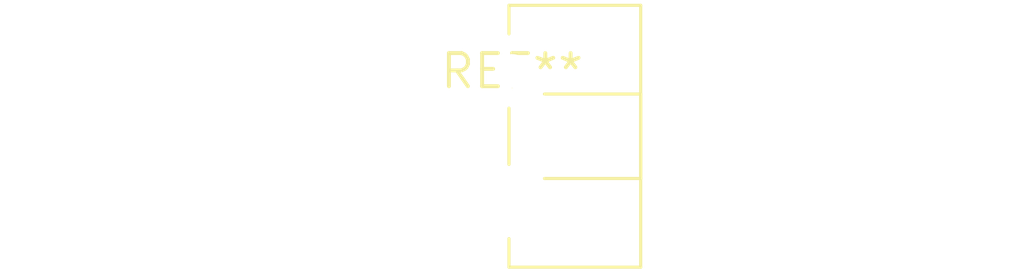
<source format=kicad_pcb>
(kicad_pcb (version 20240108) (generator pcbnew)
  (layers (0 "F.Cu" signal) (31 "B.Cu" signal) (34 "B.Paste" user) (35 "F.Paste" user) (36 "B.SilkS" user "B.Silkscreen") (37 "F.SilkS" user "F.Silkscreen") (38 "B.Mask" user) (39 "F.Mask" user) (44 "Edge.Cuts" user))
  (net 0 "")
  (footprint "Potentiometer_ACP_CA9-H2,5_Horizontal" (layer "F.Cu") (at 0 0)
    (property "Reference" "REF**")
    (property "Value" "Potentiometer_ACP_CA9-H2,5_Horizontal")
    (fp_line (start -0.121 -2.521) (end -0.121 -1.426) (layer "F.SilkS") (stroke (width 0.12)))
    (fp_line (start -0.121 -2.521) (end 4.92 -2.521) (layer "F.SilkS") (stroke (width 0.12)))
    (fp_line (start -0.121 1.426) (end -0.121 3.575) (layer "F.SilkS") (stroke (width 0.12)))
    (fp_line (start -0.121 1.426) (end -0.121 3.575) (layer "F.SilkS") (stroke (width 0.12)))
    (fp_line (start -0.121 6.425) (end -0.121 7.52) (layer "F.SilkS") (stroke (width 0.12)))
    (fp_line (start -0.121 7.52) (end 4.92 7.52) (layer "F.SilkS") (stroke (width 0.12)))
    (fp_line (start 1.237 0.88) (end 4.92 0.88) (layer "F.SilkS") (stroke (width 0.12)))
    (fp_line (start 1.237 4.12) (end 4.92 4.12) (layer "F.SilkS") (stroke (width 0.12)))
    (fp_line (start 4.92 -2.521) (end 4.92 7.52) (layer "F.SilkS") (stroke (width 0.12)))
    (fp_line (start 4.92 0.88) (end 4.92 4.12) (layer "F.SilkS") (stroke (width 0.12)))
    (pad "1" thru_hole circle (at 0 0) (size 2.34 2.34) (drill 1.3) (layers *.Cu *.Mask) (remove_unused_layers))
    (pad "2" thru_hole circle (at 2.5 2.5) (size 2.34 2.34) (drill 1.3) (layers *.Cu *.Mask) (remove_unused_layers))
    (pad "3" thru_hole circle (at 0 5) (size 2.34 2.34) (drill 1.3) (layers *.Cu *.Mask) (remove_unused_layers))
  )
)
</source>
